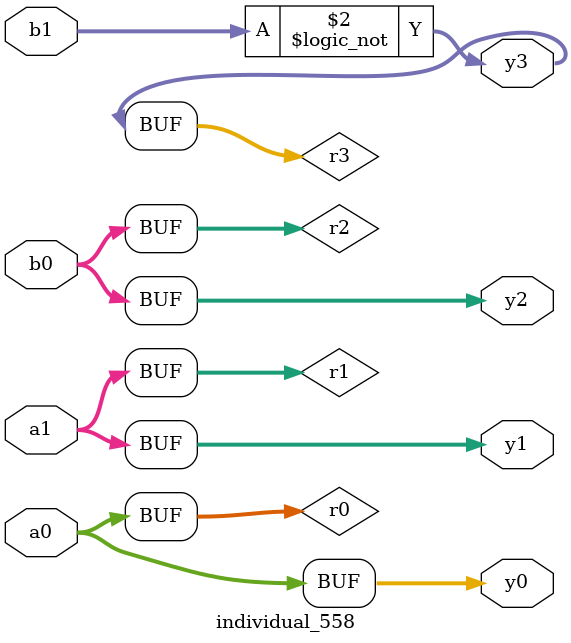
<source format=sv>
module individual_558(input logic [15:0] a1, input logic [15:0] a0, input logic [15:0] b1, input logic [15:0] b0, output logic [15:0] y3, output logic [15:0] y2, output logic [15:0] y1, output logic [15:0] y0);
logic [15:0] r0, r1, r2, r3; 
 always@(*) begin 
	 r0 = a0; r1 = a1; r2 = b0; r3 = b1; 
 	 r3 = ! r3 ;
 	 y3 = r3; y2 = r2; y1 = r1; y0 = r0; 
end
endmodule
</source>
